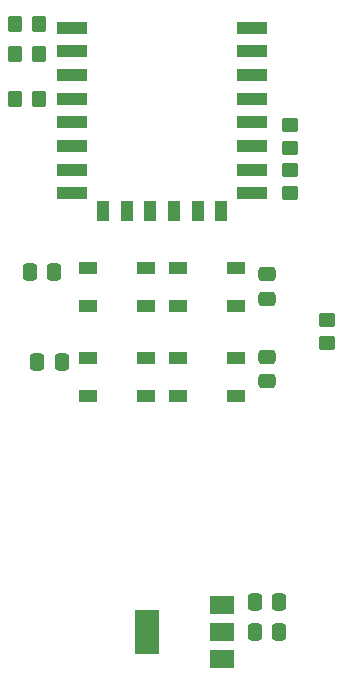
<source format=gbr>
%TF.GenerationSoftware,KiCad,Pcbnew,(6.0.1)*%
%TF.CreationDate,2022-02-03T04:09:52+01:00*%
%TF.ProjectId,ESP8266_12F_BASIC,45535038-3236-4365-9f31-32465f424153,rev?*%
%TF.SameCoordinates,Original*%
%TF.FileFunction,Paste,Top*%
%TF.FilePolarity,Positive*%
%FSLAX46Y46*%
G04 Gerber Fmt 4.6, Leading zero omitted, Abs format (unit mm)*
G04 Created by KiCad (PCBNEW (6.0.1)) date 2022-02-03 04:09:52*
%MOMM*%
%LPD*%
G01*
G04 APERTURE LIST*
G04 Aperture macros list*
%AMRoundRect*
0 Rectangle with rounded corners*
0 $1 Rounding radius*
0 $2 $3 $4 $5 $6 $7 $8 $9 X,Y pos of 4 corners*
0 Add a 4 corners polygon primitive as box body*
4,1,4,$2,$3,$4,$5,$6,$7,$8,$9,$2,$3,0*
0 Add four circle primitives for the rounded corners*
1,1,$1+$1,$2,$3*
1,1,$1+$1,$4,$5*
1,1,$1+$1,$6,$7*
1,1,$1+$1,$8,$9*
0 Add four rect primitives between the rounded corners*
20,1,$1+$1,$2,$3,$4,$5,0*
20,1,$1+$1,$4,$5,$6,$7,0*
20,1,$1+$1,$6,$7,$8,$9,0*
20,1,$1+$1,$8,$9,$2,$3,0*%
G04 Aperture macros list end*
%ADD10RoundRect,0.250000X0.350000X0.450000X-0.350000X0.450000X-0.350000X-0.450000X0.350000X-0.450000X0*%
%ADD11R,1.500000X1.000000*%
%ADD12R,2.000000X1.500000*%
%ADD13R,2.000000X3.800000*%
%ADD14RoundRect,0.250000X0.450000X-0.350000X0.450000X0.350000X-0.450000X0.350000X-0.450000X-0.350000X0*%
%ADD15RoundRect,0.250000X0.337500X0.475000X-0.337500X0.475000X-0.337500X-0.475000X0.337500X-0.475000X0*%
%ADD16RoundRect,0.250000X-0.337500X-0.475000X0.337500X-0.475000X0.337500X0.475000X-0.337500X0.475000X0*%
%ADD17RoundRect,0.250000X-0.475000X0.337500X-0.475000X-0.337500X0.475000X-0.337500X0.475000X0.337500X0*%
%ADD18R,2.500000X1.000000*%
%ADD19R,1.000000X1.800000*%
G04 APERTURE END LIST*
D10*
%TO.C,R4*%
X141970000Y-81915000D03*
X139970000Y-81915000D03*
%TD*%
D11*
%TO.C,D2*%
X153760000Y-96190000D03*
X153760000Y-99390000D03*
X158660000Y-99390000D03*
X158660000Y-96190000D03*
%TD*%
%TO.C,D1*%
X146140000Y-96190000D03*
X146140000Y-99390000D03*
X151040000Y-99390000D03*
X151040000Y-96190000D03*
%TD*%
D12*
%TO.C,U2*%
X157455000Y-129300000D03*
X157455000Y-127000000D03*
D13*
X151155000Y-127000000D03*
D12*
X157455000Y-124700000D03*
%TD*%
D14*
%TO.C,R6*%
X163195000Y-89900000D03*
X163195000Y-87900000D03*
%TD*%
D15*
%TO.C,C5*%
X143277500Y-96520000D03*
X141202500Y-96520000D03*
%TD*%
D14*
%TO.C,R7*%
X166370000Y-102600000D03*
X166370000Y-100600000D03*
%TD*%
D16*
%TO.C,C1*%
X160252500Y-124460000D03*
X162327500Y-124460000D03*
%TD*%
D14*
%TO.C,R5*%
X163195000Y-86090000D03*
X163195000Y-84090000D03*
%TD*%
D15*
%TO.C,C7*%
X143912500Y-104140000D03*
X141837500Y-104140000D03*
%TD*%
D17*
%TO.C,C6*%
X161290000Y-96752500D03*
X161290000Y-98827500D03*
%TD*%
%TO.C,C8*%
X161290000Y-103737500D03*
X161290000Y-105812500D03*
%TD*%
D10*
%TO.C,R3*%
X141970000Y-75565000D03*
X139970000Y-75565000D03*
%TD*%
D16*
%TO.C,C2*%
X160252500Y-127000000D03*
X162327500Y-127000000D03*
%TD*%
D18*
%TO.C,U1*%
X144800000Y-75875000D03*
X144800000Y-77875000D03*
X144800000Y-79875000D03*
X144800000Y-81875000D03*
X144800000Y-83875000D03*
X144800000Y-85875000D03*
X144800000Y-87875000D03*
X144800000Y-89875000D03*
D19*
X147400000Y-91375000D03*
X149400000Y-91375000D03*
X151400000Y-91375000D03*
X153400000Y-91375000D03*
X155400000Y-91375000D03*
X157400000Y-91375000D03*
D18*
X160000000Y-89875000D03*
X160000000Y-87875000D03*
X160000000Y-85875000D03*
X160000000Y-83875000D03*
X160000000Y-81875000D03*
X160000000Y-79875000D03*
X160000000Y-77875000D03*
X160000000Y-75875000D03*
%TD*%
D11*
%TO.C,D4*%
X153760000Y-103810000D03*
X153760000Y-107010000D03*
X158660000Y-107010000D03*
X158660000Y-103810000D03*
%TD*%
%TO.C,D3*%
X146140000Y-103810000D03*
X146140000Y-107010000D03*
X151040000Y-107010000D03*
X151040000Y-103810000D03*
%TD*%
D10*
%TO.C,R2*%
X141970000Y-78105000D03*
X139970000Y-78105000D03*
%TD*%
M02*

</source>
